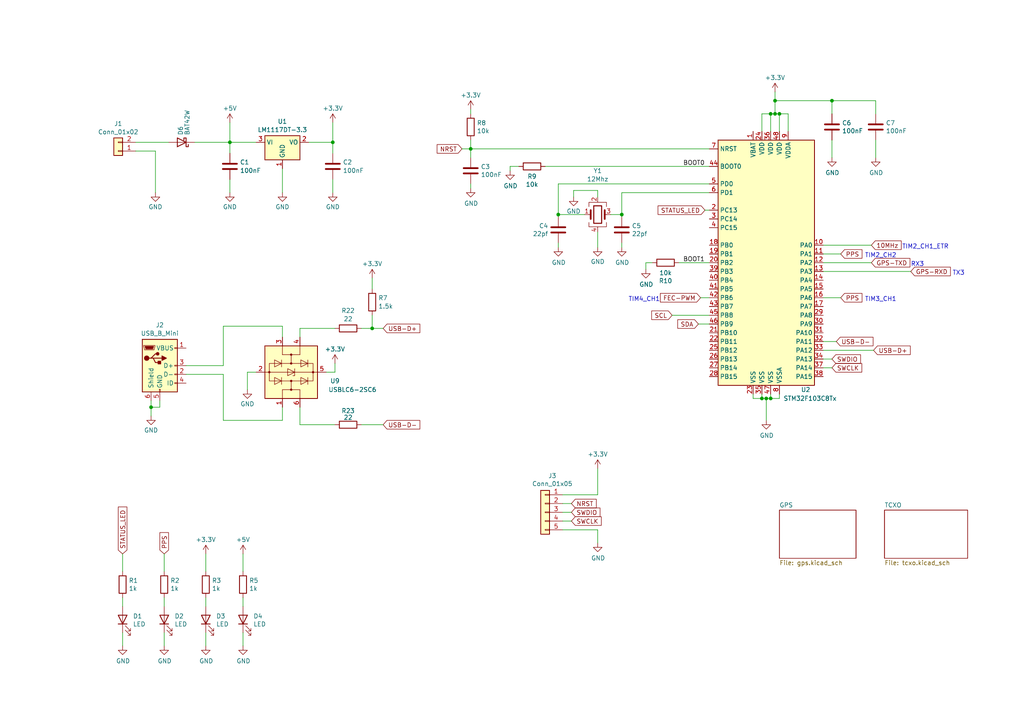
<source format=kicad_sch>
(kicad_sch (version 20230121) (generator eeschema)
  (paper "A4")
  (lib_symbols
    (symbol "Connector:USB_B_Mini" (pin_names (offset 1.016))
      (property "Reference" "J" (at -5.08 11.43 0))
      (property "Value" "USB_B_Mini" (at -5.08 8.89 0))
      (symbol "USB_B_Mini_0_1"
        (rectangle (start -5.08 -7.62) (end 5.08 7.62) (stroke (width 0.254)) (fill (type background)))
        (circle (center -3.81 2.159) (radius 0.635) (stroke (width 0.254)) (fill (type outline)))
        (circle (center -0.635 3.429) (radius 0.381) (stroke (width 0.254)) (fill (type outline)))
        (rectangle (start -0.127 -7.62) (end 0.127 -6.858))
        (polyline (pts (xy -1.905 2.159) (xy 0.635 2.159)) (stroke (width 0.254)))
        (polyline (pts (xy -3.175 2.159) (xy -2.54 2.159) (xy -1.27 3.429) (xy -0.635 3.429)) (stroke (width 0.254)))
        (polyline (pts (xy -2.54 2.159) (xy -1.905 2.159) (xy -1.27 0.889) (xy 0 0.889)) (stroke (width 0.254)))
        (polyline (pts (xy 0.635 2.794) (xy 0.635 1.524) (xy 1.905 2.159) (xy 0.635 2.794)) (stroke (width 0.254)) (fill (type outline)))
        (polyline (pts (xy -4.318 5.588) (xy -1.778 5.588) (xy -2.032 4.826) (xy -4.064 4.826) (xy -4.318 5.588)) (fill (type outline)))
        (polyline (pts (xy -4.699 5.842) (xy -4.699 5.588) (xy -4.445 4.826) (xy -4.445 4.572) (xy -1.651 4.572) (xy -1.651 4.826) (xy -1.397 5.588) (xy -1.397 5.842) (xy -4.699 5.842)))
        (rectangle (start 0.254 1.27) (end -0.508 0.508) (stroke (width 0.254)) (fill (type outline)))
        (rectangle (start 5.08 -5.207) (end 4.318 -4.953))
        (rectangle (start 5.08 -2.667) (end 4.318 -2.413))
        (rectangle (start 5.08 -0.127) (end 4.318 0.127))
        (rectangle (start 5.08 4.953) (end 4.318 5.207))
      )
      (symbol "USB_B_Mini_1_1"
        (pin power_out line (at 7.62 5.08 180) (length 2.54) (name "VBUS") (number "1"))
        (pin bidirectional line (at 7.62 -2.54 180) (length 2.54) (name "D-") (number "2"))
        (pin bidirectional line (at 7.62 0 180) (length 2.54) (name "D+") (number "3"))
        (pin passive line (at 7.62 -5.08 180) (length 2.54) (name "ID") (number "4"))
        (pin power_out line (at 0 -10.16 90) (length 2.54) (name "GND") (number "5"))
        (pin passive line (at -2.54 -10.16 90) (length 2.54) (name "Shield") (number "6"))
      )
    )
    (symbol "Connector_Generic:Conn_01x02" (pin_names (offset 1.016) hide)
      (property "Reference" "J" (at 0 2.54 0))
      (property "Value" "Conn_01x02" (at 0 -5.08 0))
      (symbol "Conn_01x02_1_1"
        (rectangle (start -1.27 -2.413) (end 0 -2.667) (stroke (width 0.1524)))
        (rectangle (start -1.27 0.127) (end 0 -0.127) (stroke (width 0.1524)))
        (rectangle (start -1.27 1.27) (end 1.27 -3.81) (stroke (width 0.254)) (fill (type background)))
        (pin passive line (at -5.08 0 0) (length 3.81) (name "Pin_1") (number "1"))
        (pin passive line (at -5.08 -2.54 0) (length 3.81) (name "Pin_2") (number "2"))
      )
    )
    (symbol "Connector_Generic:Conn_01x05" (pin_names (offset 1.016) hide)
      (property "Reference" "J" (at 0 7.62 0))
      (property "Value" "Conn_01x05" (at 0 -7.62 0))
      (symbol "Conn_01x05_1_1"
        (rectangle (start -1.27 -4.953) (end 0 -5.207) (stroke (width 0.1524)))
        (rectangle (start -1.27 -2.413) (end 0 -2.667) (stroke (width 0.1524)))
        (rectangle (start -1.27 0.127) (end 0 -0.127) (stroke (width 0.1524)))
        (rectangle (start -1.27 2.667) (end 0 2.413) (stroke (width 0.1524)))
        (rectangle (start -1.27 5.207) (end 0 4.953) (stroke (width 0.1524)))
        (rectangle (start -1.27 6.35) (end 1.27 -6.35) (stroke (width 0.254)) (fill (type background)))
        (pin passive line (at -5.08 5.08 0) (length 3.81) (name "Pin_1") (number "1"))
        (pin passive line (at -5.08 2.54 0) (length 3.81) (name "Pin_2") (number "2"))
        (pin passive line (at -5.08 0 0) (length 3.81) (name "Pin_3") (number "3"))
        (pin passive line (at -5.08 -2.54 0) (length 3.81) (name "Pin_4") (number "4"))
        (pin passive line (at -5.08 -5.08 0) (length 3.81) (name "Pin_5") (number "5"))
      )
    )
    (symbol "Device:C" (pin_numbers hide) (pin_names (offset 0.254))
      (property "Reference" "C" (at 0.635 2.54 0))
      (property "Value" "C" (at 0.635 -2.54 0))
      (symbol "C_0_1"
        (polyline (pts (xy -2.032 -0.762) (xy 2.032 -0.762)) (stroke (width 0.508)))
        (polyline (pts (xy -2.032 0.762) (xy 2.032 0.762)) (stroke (width 0.508)))
      )
      (symbol "C_1_1"
        (pin passive line (at 0 3.81 270) (length 2.794) (name "~") (number "1"))
        (pin passive line (at 0 -3.81 90) (length 2.794) (name "~") (number "2"))
      )
    )
    (symbol "Device:Crystal_GND24" (pin_names (offset 1.016) hide)
      (property "Reference" "Y" (at 3.175 5.08 0))
      (property "Value" "Crystal_GND24" (at 3.175 3.175 0))
      (symbol "Crystal_GND24_0_1"
        (rectangle (start -1.143 2.54) (end 1.143 -2.54) (stroke (width 0.3048)))
        (polyline (pts (xy -2.54 0) (xy -2.032 0)))
        (polyline (pts (xy -2.032 -1.27) (xy -2.032 1.27)) (stroke (width 0.508)))
        (polyline (pts (xy 0 -3.81) (xy 0 -3.556)))
        (polyline (pts (xy 0 3.556) (xy 0 3.81)))
        (polyline (pts (xy 2.032 -1.27) (xy 2.032 1.27)) (stroke (width 0.508)))
        (polyline (pts (xy 2.032 0) (xy 2.54 0)))
        (polyline (pts (xy -2.54 -2.286) (xy -2.54 -3.556) (xy 2.54 -3.556) (xy 2.54 -2.286)))
        (polyline (pts (xy -2.54 2.286) (xy -2.54 3.556) (xy 2.54 3.556) (xy 2.54 2.286)))
      )
      (symbol "Crystal_GND24_1_1"
        (pin passive line (at -3.81 0 0) (length 1.27) (name "1") (number "1"))
        (pin passive line (at 0 5.08 270) (length 1.27) (name "2") (number "2"))
        (pin passive line (at 3.81 0 180) (length 1.27) (name "3") (number "3"))
        (pin passive line (at 0 -5.08 90) (length 1.27) (name "4") (number "4"))
      )
    )
    (symbol "Device:D_Schottky" (pin_numbers hide) (pin_names (offset 1.016) hide)
      (property "Reference" "D" (at 0 2.54 0))
      (property "Value" "D_Schottky" (at 0 -2.54 0))
      (symbol "D_Schottky_0_1"
        (polyline (pts (xy 1.27 0) (xy -1.27 0)))
        (polyline (pts (xy 1.27 1.27) (xy 1.27 -1.27) (xy -1.27 0) (xy 1.27 1.27)) (stroke (width 0.254)))
        (polyline (pts (xy -1.905 0.635) (xy -1.905 1.27) (xy -1.27 1.27) (xy -1.27 -1.27) (xy -0.635 -1.27) (xy -0.635 -0.635)) (stroke (width 0.254)))
      )
      (symbol "D_Schottky_1_1"
        (pin passive line (at -3.81 0 0) (length 2.54) (name "K") (number "1"))
        (pin passive line (at 3.81 0 180) (length 2.54) (name "A") (number "2"))
      )
    )
    (symbol "Device:LED" (pin_numbers hide) (pin_names (offset 1.016) hide)
      (property "Reference" "D" (at 0 2.54 0))
      (property "Value" "LED" (at 0 -2.54 0))
      (symbol "LED_0_1"
        (polyline (pts (xy -1.27 -1.27) (xy -1.27 1.27)) (stroke (width 0.254)))
        (polyline (pts (xy -1.27 0) (xy 1.27 0)))
        (polyline (pts (xy 1.27 -1.27) (xy 1.27 1.27) (xy -1.27 0) (xy 1.27 -1.27)) (stroke (width 0.254)))
        (polyline (pts (xy -3.048 -0.762) (xy -4.572 -2.286) (xy -3.81 -2.286) (xy -4.572 -2.286) (xy -4.572 -1.524)))
        (polyline (pts (xy -1.778 -0.762) (xy -3.302 -2.286) (xy -2.54 -2.286) (xy -3.302 -2.286) (xy -3.302 -1.524)))
      )
      (symbol "LED_1_1"
        (pin passive line (at -3.81 0 0) (length 2.54) (name "K") (number "1"))
        (pin passive line (at 3.81 0 180) (length 2.54) (name "A") (number "2"))
      )
    )
    (symbol "Device:R" (pin_numbers hide) (pin_names (offset 0))
      (property "Reference" "R" (at 2.032 0 90))
      (property "Value" "R" (at 0 0 90))
      (symbol "R_0_1"
        (rectangle (start -1.016 -2.54) (end 1.016 2.54) (stroke (width 0.254)))
      )
      (symbol "R_1_1"
        (pin passive line (at 0 3.81 270) (length 1.27) (name "~") (number "1"))
        (pin passive line (at 0 -3.81 90) (length 1.27) (name "~") (number "2"))
      )
    )
    (symbol "Power_Protection:USBLC6-2SC6" (pin_names hide)
      (property "Reference" "U" (at 2.54 8.89 0))
      (property "Value" "USBLC6-2SC6" (at 2.54 -8.89 0))
      (symbol "USBLC6-2SC6_0_1"
        (rectangle (start -7.62 -7.62) (end 7.62 7.62) (stroke (width 0.254)) (fill (type background)))
        (circle (center -5.08 0) (radius 0.254) (fill (type outline)))
        (circle (center -2.54 0) (radius 0.254) (fill (type outline)))
        (rectangle (start -2.54 6.35) (end 2.54 -6.35))
        (circle (center 0 -6.35) (radius 0.254) (fill (type outline)))
        (polyline (pts (xy -5.08 -2.54) (xy -7.62 -2.54)))
        (polyline (pts (xy -5.08 0) (xy -5.08 -2.54)))
        (polyline (pts (xy -5.08 2.54) (xy -7.62 2.54)))
        (polyline (pts (xy -1.524 -2.794) (xy -3.556 -2.794)))
        (polyline (pts (xy -1.524 4.826) (xy -3.556 4.826)))
        (polyline (pts (xy 0 -7.62) (xy 0 -6.35)))
        (polyline (pts (xy 0 -6.35) (xy 0 1.27)))
        (polyline (pts (xy 0 1.27) (xy 0 6.35)))
        (polyline (pts (xy 0 6.35) (xy 0 7.62)))
        (polyline (pts (xy 1.524 -2.794) (xy 3.556 -2.794)))
        (polyline (pts (xy 1.524 4.826) (xy 3.556 4.826)))
        (polyline (pts (xy 5.08 -2.54) (xy 7.62 -2.54)))
        (polyline (pts (xy 5.08 0) (xy 5.08 -2.54)))
        (polyline (pts (xy 5.08 2.54) (xy 7.62 2.54)))
        (polyline (pts (xy -2.54 0) (xy -5.08 0) (xy -5.08 2.54)))
        (polyline (pts (xy 2.54 0) (xy 5.08 0) (xy 5.08 2.54)))
        (polyline (pts (xy -3.556 -4.826) (xy -1.524 -4.826) (xy -2.54 -2.794) (xy -3.556 -4.826)))
        (polyline (pts (xy -3.556 2.794) (xy -1.524 2.794) (xy -2.54 4.826) (xy -3.556 2.794)))
        (polyline (pts (xy -1.016 -1.016) (xy 1.016 -1.016) (xy 0 1.016) (xy -1.016 -1.016)))
        (polyline (pts (xy 1.016 1.016) (xy 0.762 1.016) (xy -1.016 1.016) (xy -1.016 0.508)))
        (polyline (pts (xy 3.556 -4.826) (xy 1.524 -4.826) (xy 2.54 -2.794) (xy 3.556 -4.826)))
        (polyline (pts (xy 3.556 2.794) (xy 1.524 2.794) (xy 2.54 4.826) (xy 3.556 2.794)))
        (circle (center 0 6.35) (radius 0.254) (fill (type outline)))
        (circle (center 2.54 0) (radius 0.254) (fill (type outline)))
        (circle (center 5.08 0) (radius 0.254) (fill (type outline)))
      )
      (symbol "USBLC6-2SC6_1_1"
        (pin passive line (at -10.16 -2.54 0) (length 2.54) (name "I/O1") (number "1"))
        (pin passive line (at 0 -10.16 90) (length 2.54) (name "GND") (number "2"))
        (pin passive line (at 10.16 -2.54 180) (length 2.54) (name "I/O2") (number "3"))
        (pin passive line (at 10.16 2.54 180) (length 2.54) (name "I/O2") (number "4"))
        (pin passive line (at 0 10.16 270) (length 2.54) (name "VBUS") (number "5"))
        (pin passive line (at -10.16 2.54 0) (length 2.54) (name "I/O1") (number "6"))
      )
    )
    (symbol "Regulator_Linear:LM1117DT-3.3"
      (property "Reference" "U" (at -3.81 3.175 0))
      (property "Value" "LM1117DT-3.3" (at 0 3.175 0))
      (symbol "LM1117DT-3.3_0_1"
        (rectangle (start -5.08 -5.08) (end 5.08 1.905) (stroke (width 0.254)) (fill (type background)))
      )
      (symbol "LM1117DT-3.3_1_1"
        (pin power_in line (at 0 -7.62 90) (length 2.54) (name "GND") (number "1"))
        (pin power_out line (at 7.62 0 180) (length 2.54) (name "VO") (number "2"))
        (pin power_in line (at -7.62 0 0) (length 2.54) (name "VI") (number "3"))
      )
    )
    (symbol "cheapsdo-rescue:STM32F103C8Tx-MCU_ST_STM32F1"
      (property "Reference" "U" (at -15.24 36.83 0))
      (property "Value" "MCU_ST_STM32F1_STM32F103C8Tx" (at 7.62 36.83 0))
      (symbol "STM32F103C8Tx-MCU_ST_STM32F1_0_1"
        (rectangle (start -15.24 -35.56) (end 12.7 35.56) (stroke (width 0.254)) (fill (type background)))
      )
      (symbol "STM32F103C8Tx-MCU_ST_STM32F1_1_1"
        (pin power_in line (at -5.08 38.1 270) (length 2.54) (name "VBAT") (number "1"))
        (pin bidirectional line (at 15.24 5.08 180) (length 2.54) (name "PA0") (number "10"))
        (pin bidirectional line (at 15.24 2.54 180) (length 2.54) (name "PA1") (number "11"))
        (pin bidirectional line (at 15.24 0 180) (length 2.54) (name "PA2") (number "12"))
        (pin bidirectional line (at 15.24 -2.54 180) (length 2.54) (name "PA3") (number "13"))
        (pin bidirectional line (at 15.24 -5.08 180) (length 2.54) (name "PA4") (number "14"))
        (pin bidirectional line (at 15.24 -7.62 180) (length 2.54) (name "PA5") (number "15"))
        (pin bidirectional line (at 15.24 -10.16 180) (length 2.54) (name "PA6") (number "16"))
        (pin bidirectional line (at 15.24 -12.7 180) (length 2.54) (name "PA7") (number "17"))
        (pin bidirectional line (at -17.78 5.08 0) (length 2.54) (name "PB0") (number "18"))
        (pin bidirectional line (at -17.78 2.54 0) (length 2.54) (name "PB1") (number "19"))
        (pin bidirectional line (at -17.78 15.24 0) (length 2.54) (name "PC13") (number "2"))
        (pin bidirectional line (at -17.78 0 0) (length 2.54) (name "PB2") (number "20"))
        (pin bidirectional line (at -17.78 -20.32 0) (length 2.54) (name "PB10") (number "21"))
        (pin bidirectional line (at -17.78 -22.86 0) (length 2.54) (name "PB11") (number "22"))
        (pin power_in line (at -5.08 -38.1 90) (length 2.54) (name "VSS") (number "23"))
        (pin power_in line (at -2.54 38.1 270) (length 2.54) (name "VDD") (number "24"))
        (pin bidirectional line (at -17.78 -25.4 0) (length 2.54) (name "PB12") (number "25"))
        (pin bidirectional line (at -17.78 -27.94 0) (length 2.54) (name "PB13") (number "26"))
        (pin bidirectional line (at -17.78 -30.48 0) (length 2.54) (name "PB14") (number "27"))
        (pin bidirectional line (at -17.78 -33.02 0) (length 2.54) (name "PB15") (number "28"))
        (pin bidirectional line (at 15.24 -15.24 180) (length 2.54) (name "PA8") (number "29"))
        (pin bidirectional line (at -17.78 12.7 0) (length 2.54) (name "PC14") (number "3"))
        (pin bidirectional line (at 15.24 -17.78 180) (length 2.54) (name "PA9") (number "30"))
        (pin bidirectional line (at 15.24 -20.32 180) (length 2.54) (name "PA10") (number "31"))
        (pin bidirectional line (at 15.24 -22.86 180) (length 2.54) (name "PA11") (number "32"))
        (pin bidirectional line (at 15.24 -25.4 180) (length 2.54) (name "PA12") (number "33"))
        (pin bidirectional line (at 15.24 -27.94 180) (length 2.54) (name "PA13") (number "34"))
        (pin power_in line (at -2.54 -38.1 90) (length 2.54) (name "VSS") (number "35"))
        (pin power_in line (at 0 38.1 270) (length 2.54) (name "VDD") (number "36"))
        (pin bidirectional line (at 15.24 -30.48 180) (length 2.54) (name "PA14") (number "37"))
        (pin bidirectional line (at 15.24 -33.02 180) (length 2.54) (name "PA15") (number "38"))
        (pin bidirectional line (at -17.78 -2.54 0) (length 2.54) (name "PB3") (number "39"))
        (pin bidirectional line (at -17.78 10.16 0) (length 2.54) (name "PC15") (number "4"))
        (pin bidirectional line (at -17.78 -5.08 0) (length 2.54) (name "PB4") (number "40"))
        (pin bidirectional line (at -17.78 -7.62 0) (length 2.54) (name "PB5") (number "41"))
        (pin bidirectional line (at -17.78 -10.16 0) (length 2.54) (name "PB6") (number "42"))
        (pin bidirectional line (at -17.78 -12.7 0) (length 2.54) (name "PB7") (number "43"))
        (pin input line (at -17.78 27.94 0) (length 2.54) (name "BOOT0") (number "44"))
        (pin bidirectional line (at -17.78 -15.24 0) (length 2.54) (name "PB8") (number "45"))
        (pin bidirectional line (at -17.78 -17.78 0) (length 2.54) (name "PB9") (number "46"))
        (pin power_in line (at 0 -38.1 90) (length 2.54) (name "VSS") (number "47"))
        (pin power_in line (at 2.54 38.1 270) (length 2.54) (name "VDD") (number "48"))
        (pin input line (at -17.78 22.86 0) (length 2.54) (name "PD0") (number "5"))
        (pin input line (at -17.78 20.32 0) (length 2.54) (name "PD1") (number "6"))
        (pin input line (at -17.78 33.02 0) (length 2.54) (name "NRST") (number "7"))
        (pin power_in line (at 2.54 -38.1 90) (length 2.54) (name "VSSA") (number "8"))
        (pin power_in line (at 5.08 38.1 270) (length 2.54) (name "VDDA") (number "9"))
      )
    )
    (symbol "power:+3.3V" (power) (pin_names (offset 0))
      (property "Value" "+3.3V" (at 0 3.556 0))
      (symbol "+3.3V_0_1"
        (polyline (pts (xy -0.762 1.27) (xy 0 2.54)))
        (polyline (pts (xy 0 0) (xy 0 2.54)))
        (polyline (pts (xy 0 2.54) (xy 0.762 1.27)))
      )
      (symbol "+3.3V_1_1"
        (pin power_in line (at 0 0 90) (length 0) hide (name "+3.3V") (number "1"))
      )
    )
    (symbol "power:+5V" (power) (pin_names (offset 0))
      (property "Value" "+5V" (at 0 3.556 0))
      (symbol "+5V_0_1"
        (polyline (pts (xy -0.762 1.27) (xy 0 2.54)))
        (polyline (pts (xy 0 0) (xy 0 2.54)))
        (polyline (pts (xy 0 2.54) (xy 0.762 1.27)))
      )
      (symbol "+5V_1_1"
        (pin power_in line (at 0 0 90) (length 0) hide (name "+5V") (number "1"))
      )
    )
    (symbol "power:GND" (power) (pin_names (offset 0))
      (property "Value" "GND" (at 0 -3.81 0))
      (symbol "GND_0_1"
        (polyline (pts (xy 0 0) (xy 0 -1.27) (xy 1.27 -1.27) (xy 0 -2.54) (xy -1.27 -1.27) (xy 0 -1.27)))
      )
      (symbol "GND_1_1"
        (pin power_in line (at 0 0 270) (length 0) hide (name "GND") (number "1"))
      )
    )
  )
  (junction (at 180.34 62.23))
  (junction (at 96.52 41.275))
  (junction (at 220.98 115.57))
  (junction (at 107.95 95.25))
  (junction (at 223.52 33.02))
  (junction (at 222.25 115.57))
  (junction (at 224.79 29.21))
  (junction (at 226.06 33.02))
  (junction (at 43.815 118.11))
  (junction (at 241.3 29.21))
  (junction (at 223.52 115.57))
  (junction (at 224.79 33.02))
  (junction (at 161.925 62.23))
  (junction (at 136.525 43.18))
  (junction (at 66.675 41.275))
  (wire (pts (xy 43.815 118.11) (xy 43.815 120.65)))
  (wire (pts (xy 241.3 40.64) (xy 241.3 45.72)))
  (wire (pts (xy 39.37 41.275) (xy 48.895 41.275)))
  (wire (pts (xy 163.195 153.67) (xy 173.355 153.67)))
  (wire (pts (xy 254 29.21) (xy 254 33.02)))
  (wire (pts (xy 238.76 104.14) (xy 241.3 104.14)))
  (wire (pts (xy 74.295 107.95) (xy 71.755 107.95)))
  (wire (pts (xy 163.195 146.05) (xy 165.735 146.05)))
  (wire (pts (xy 136.525 43.18) (xy 136.525 45.72)))
  (wire (pts (xy 161.925 62.23) (xy 161.925 62.865)))
  (wire (pts (xy 173.355 143.51) (xy 173.355 135.89)))
  (wire (pts (xy 222.25 115.57) (xy 223.52 115.57)))
  (wire (pts (xy 64.77 121.92) (xy 64.77 108.585)))
  (wire (pts (xy 53.975 106.045) (xy 64.77 106.045)))
  (wire (pts (xy 35.56 160.655) (xy 35.56 165.735)))
  (wire (pts (xy 96.52 41.275) (xy 96.52 44.45)))
  (wire (pts (xy 163.195 151.13) (xy 165.735 151.13)))
  (wire (pts (xy 254 40.64) (xy 254 45.72)))
  (wire (pts (xy 238.76 76.2) (xy 252.73 76.2)))
  (wire (pts (xy 223.52 33.02) (xy 224.79 33.02)))
  (wire (pts (xy 97.155 107.95) (xy 97.155 105.41)))
  (wire (pts (xy 81.915 118.11) (xy 81.915 121.92)))
  (wire (pts (xy 94.615 107.95) (xy 97.155 107.95)))
  (wire (pts (xy 163.195 143.51) (xy 173.355 143.51)))
  (wire (pts (xy 71.755 107.95) (xy 71.755 113.03)))
  (wire (pts (xy 47.625 173.355) (xy 47.625 175.895)))
  (wire (pts (xy 136.525 33.02) (xy 136.525 31.75)))
  (wire (pts (xy 222.25 115.57) (xy 222.25 121.92)))
  (wire (pts (xy 136.525 53.34) (xy 136.525 54.61)))
  (wire (pts (xy 161.925 62.23) (xy 169.545 62.23)))
  (wire (pts (xy 45.085 43.815) (xy 45.085 55.88)))
  (wire (pts (xy 39.37 43.815) (xy 45.085 43.815)))
  (wire (pts (xy 86.995 95.25) (xy 97.155 95.25)))
  (wire (pts (xy 223.52 38.1) (xy 223.52 33.02)))
  (wire (pts (xy 86.995 118.11) (xy 86.995 123.19)))
  (wire (pts (xy 64.77 94.615) (xy 81.915 94.615)))
  (wire (pts (xy 238.76 78.74) (xy 264.16 78.74)))
  (wire (pts (xy 147.955 49.53) (xy 147.955 48.26)))
  (wire (pts (xy 220.98 38.1) (xy 220.98 33.02)))
  (wire (pts (xy 218.44 114.3) (xy 218.44 115.57)))
  (wire (pts (xy 194.945 91.44) (xy 205.74 91.44)))
  (wire (pts (xy 70.485 160.655) (xy 70.485 165.735)))
  (wire (pts (xy 173.355 55.245) (xy 166.37 55.245)))
  (wire (pts (xy 224.79 29.21) (xy 241.3 29.21)))
  (wire (pts (xy 173.355 153.67) (xy 173.355 157.48)))
  (wire (pts (xy 46.355 118.11) (xy 46.355 116.205)))
  (wire (pts (xy 196.85 76.2) (xy 205.74 76.2)))
  (wire (pts (xy 64.77 106.045) (xy 64.77 94.615)))
  (wire (pts (xy 59.69 183.515) (xy 59.69 187.325)))
  (wire (pts (xy 161.925 71.755) (xy 161.925 70.485)))
  (wire (pts (xy 158.115 48.26) (xy 205.74 48.26)))
  (wire (pts (xy 224.79 29.21) (xy 224.79 26.67)))
  (wire (pts (xy 226.06 38.1) (xy 226.06 33.02)))
  (wire (pts (xy 180.34 62.23) (xy 180.34 62.865)))
  (wire (pts (xy 204.47 60.96) (xy 205.74 60.96)))
  (wire (pts (xy 81.915 121.92) (xy 64.77 121.92)))
  (wire (pts (xy 177.165 62.23) (xy 180.34 62.23)))
  (wire (pts (xy 241.3 29.21) (xy 241.3 33.02)))
  (wire (pts (xy 223.52 115.57) (xy 226.06 115.57)))
  (wire (pts (xy 107.95 91.44) (xy 107.95 95.25)))
  (wire (pts (xy 161.925 53.34) (xy 161.925 62.23)))
  (wire (pts (xy 86.995 95.25) (xy 86.995 97.79)))
  (wire (pts (xy 238.76 73.66) (xy 243.84 73.66)))
  (wire (pts (xy 180.34 55.88) (xy 205.74 55.88)))
  (wire (pts (xy 238.76 106.68) (xy 241.3 106.68)))
  (wire (pts (xy 136.525 43.18) (xy 136.525 40.64)))
  (wire (pts (xy 173.355 67.31) (xy 173.355 71.755)))
  (wire (pts (xy 238.76 86.36) (xy 243.84 86.36)))
  (wire (pts (xy 166.37 55.245) (xy 166.37 57.15)))
  (wire (pts (xy 241.3 29.21) (xy 254 29.21)))
  (wire (pts (xy 223.52 115.57) (xy 223.52 114.3)))
  (wire (pts (xy 66.675 35.56) (xy 66.675 41.275)))
  (wire (pts (xy 220.98 33.02) (xy 223.52 33.02)))
  (wire (pts (xy 107.95 83.82) (xy 107.95 80.645)))
  (wire (pts (xy 47.625 183.515) (xy 47.625 187.325)))
  (wire (pts (xy 133.985 43.18) (xy 136.525 43.18)))
  (wire (pts (xy 238.76 101.6) (xy 253.365 101.6)))
  (wire (pts (xy 104.775 95.25) (xy 107.95 95.25)))
  (wire (pts (xy 43.815 118.11) (xy 46.355 118.11)))
  (wire (pts (xy 189.23 76.2) (xy 187.325 76.2)))
  (wire (pts (xy 226.06 115.57) (xy 226.06 114.3)))
  (wire (pts (xy 59.69 160.655) (xy 59.69 165.735)))
  (wire (pts (xy 218.44 115.57) (xy 220.98 115.57)))
  (wire (pts (xy 59.69 173.355) (xy 59.69 175.895)))
  (wire (pts (xy 104.775 123.19) (xy 111.125 123.19)))
  (wire (pts (xy 97.155 123.19) (xy 86.995 123.19)))
  (wire (pts (xy 226.06 33.02) (xy 228.6 33.02)))
  (wire (pts (xy 43.815 116.205) (xy 43.815 118.11)))
  (wire (pts (xy 220.98 115.57) (xy 222.25 115.57)))
  (wire (pts (xy 147.955 48.26) (xy 150.495 48.26)))
  (wire (pts (xy 96.52 52.07) (xy 96.52 55.88)))
  (wire (pts (xy 89.535 41.275) (xy 96.52 41.275)))
  (wire (pts (xy 161.925 53.34) (xy 205.74 53.34)))
  (wire (pts (xy 47.625 160.655) (xy 47.625 165.735)))
  (wire (pts (xy 180.34 55.88) (xy 180.34 62.23)))
  (wire (pts (xy 107.95 95.25) (xy 111.125 95.25)))
  (wire (pts (xy 173.355 57.15) (xy 173.355 55.245)))
  (wire (pts (xy 187.325 76.2) (xy 187.325 78.105)))
  (wire (pts (xy 56.515 41.275) (xy 66.675 41.275)))
  (wire (pts (xy 53.975 108.585) (xy 64.77 108.585)))
  (wire (pts (xy 136.525 43.18) (xy 205.74 43.18)))
  (wire (pts (xy 238.76 71.12) (xy 252.73 71.12)))
  (wire (pts (xy 66.675 41.275) (xy 66.675 44.45)))
  (wire (pts (xy 66.675 52.07) (xy 66.675 55.88)))
  (wire (pts (xy 180.34 71.755) (xy 180.34 70.485)))
  (wire (pts (xy 228.6 33.02) (xy 228.6 38.1)))
  (wire (pts (xy 35.56 173.355) (xy 35.56 175.895)))
  (wire (pts (xy 81.915 48.895) (xy 81.915 55.88)))
  (wire (pts (xy 81.915 94.615) (xy 81.915 97.79)))
  (wire (pts (xy 238.76 99.06) (xy 242.57 99.06)))
  (wire (pts (xy 220.98 115.57) (xy 220.98 114.3)))
  (wire (pts (xy 224.79 33.02) (xy 224.79 29.21)))
  (wire (pts (xy 74.295 41.275) (xy 66.675 41.275)))
  (wire (pts (xy 70.485 183.515) (xy 70.485 187.325)))
  (wire (pts (xy 224.79 33.02) (xy 226.06 33.02)))
  (wire (pts (xy 202.565 93.98) (xy 205.74 93.98)))
  (wire (pts (xy 163.195 148.59) (xy 165.735 148.59)))
  (wire (pts (xy 35.56 183.515) (xy 35.56 187.325)))
  (wire (pts (xy 96.52 41.275) (xy 96.52 35.56)))
  (wire (pts (xy 70.485 173.355) (xy 70.485 175.895)))
  (wire (pts (xy 203.2 86.36) (xy 205.74 86.36)))
  (text "TIM2_CH2" (at 250.825 74.93 0) (effects (font (size 1.27 1.27)) (justify left bottom)))
  (text "TIM2_CH1_ETR" (at 261.62 72.39 0) (effects (font (size 1.27 1.27)) (justify left bottom)))
  (text "TIM4_CH1" (at 182.245 87.63 0) (effects (font (size 1.27 1.27)) (justify left bottom)))
  (text "TIM3_CH1" (at 250.825 87.63 0) (effects (font (size 1.27 1.27)) (justify left bottom)))
  (text "RX3" (at 264.16 77.47 0) (effects (font (size 1.27 1.27)) (justify left bottom)))
  (text "TX3" (at 276.225 80.01 0) (effects (font (size 1.27 1.27)) (justify left bottom)))
  (label "BOOT0" (at 198.12 48.26 0))
  (label "BOOT1" (at 198.12 76.2 0))
  (global_label "USB-D+" (shape input) (at 253.365 101.6 0) (property "Intersheetrefs" "${INTERSHEET_REFS}" (effects hide)))
  (global_label "SCL" (shape input) (at 194.945 91.44 180) (property "Intersheetrefs" "${INTERSHEET_REFS}" (effects hide)))
  (global_label "SWCLK" (shape input) (at 165.735 151.13 0) (property "Intersheetrefs" "${INTERSHEET_REFS}" (effects hide)))
  (global_label "NRST" (shape input) (at 165.735 146.05 0) (property "Intersheetrefs" "${INTERSHEET_REFS}" (effects hide)))
  (global_label "NRST" (shape input) (at 133.985 43.18 180) (property "Intersheetrefs" "${INTERSHEET_REFS}" (effects hide)))
  (global_label "SWDIO" (shape input) (at 165.735 148.59 0) (property "Intersheetrefs" "${INTERSHEET_REFS}" (effects hide)))
  (global_label "STATUS_LED" (shape input) (at 35.56 160.655 90) (property "Intersheetrefs" "${INTERSHEET_REFS}" (effects hide)))
  (global_label "GPS-RXD" (shape input) (at 264.16 78.74 0) (property "Intersheetrefs" "${INTERSHEET_REFS}" (effects hide)))
  (global_label "PPS" (shape input) (at 47.625 160.655 90) (property "Intersheetrefs" "${INTERSHEET_REFS}" (effects hide)))
  (global_label "PPS" (shape input) (at 243.84 73.66 0) (property "Intersheetrefs" "${INTERSHEET_REFS}" (effects hide)))
  (global_label "SWDIO" (shape input) (at 241.3 104.14 0) (property "Intersheetrefs" "${INTERSHEET_REFS}" (effects hide)))
  (global_label "STATUS_LED" (shape input) (at 204.47 60.96 180) (property "Intersheetrefs" "${INTERSHEET_REFS}" (effects hide)))
  (global_label "SDA" (shape input) (at 202.565 93.98 180) (property "Intersheetrefs" "${INTERSHEET_REFS}" (effects hide)))
  (global_label "PPS" (shape input) (at 243.84 86.36 0) (property "Intersheetrefs" "${INTERSHEET_REFS}" (effects hide)))
  (global_label "USB-D-" (shape input) (at 242.57 99.06 0) (property "Intersheetrefs" "${INTERSHEET_REFS}" (effects hide)))
  (global_label "USB-D+" (shape input) (at 111.125 95.25 0) (property "Intersheetrefs" "${INTERSHEET_REFS}" (effects hide)))
  (global_label "SWCLK" (shape input) (at 241.3 106.68 0) (property "Intersheetrefs" "${INTERSHEET_REFS}" (effects hide)))
  (global_label "GPS-TXD" (shape input) (at 252.73 76.2 0) (property "Intersheetrefs" "${INTERSHEET_REFS}" (effects hide)))
  (global_label "10MHz" (shape input) (at 252.73 71.12 0) (property "Intersheetrefs" "${INTERSHEET_REFS}" (effects hide)))
  (global_label "USB-D-" (shape input) (at 111.125 123.19 0) (property "Intersheetrefs" "${INTERSHEET_REFS}" (effects hide)))
  (global_label "FEC-PWM" (shape input) (at 203.2 86.36 180) (property "Intersheetrefs" "${INTERSHEET_REFS}" (effects hide)))
  (symbol (lib_id "cheapsdo-rescue:STM32F103C8Tx-MCU_ST_STM32F1") (at 223.52 76.2 0) (unit 1)
    (property "Reference" "U2" (at 233.68 113.03 0))
    (property "Value" "STM32F103C8Tx" (at 234.95 115.57 0))
    (property "Footprint" "Package_QFP:LQFP-48_7x7mm_P0.5mm" (effects hide))
    (property "Datasheet" "http://www.st.com/st-web-ui/static/active/en/resource/technical/document/datasheet/CD00161566.pdf" (effects hide))
  )
  (symbol (lib_id "Device:R") (at 154.305 48.26 270) (unit 1)
    (property "Reference" "R9" (at 154.305 51.181 90))
    (property "Value" "10k" (at 154.305 53.4924 90))
    (property "Footprint" "Resistor_SMD:R_0603_1608Metric_Pad0.98x0.95mm_HandSolder" (effects hide))
  )
  (symbol (lib_id "Device:R") (at 193.04 76.2 90) (unit 1)
    (property "Reference" "R10" (at 193.04 81.4578 90))
    (property "Value" "10k" (at 193.04 79.1464 90))
    (property "Footprint" "Resistor_SMD:R_0603_1608Metric_Pad0.98x0.95mm_HandSolder" (effects hide))
  )
  (symbol (lib_id "power:GND") (at 187.325 78.105 0) (unit 1)
    (property "Reference" "#PWR024" (effects hide))
    (property "Value" "GND" (at 187.452 82.4992 0))
  )
  (symbol (lib_id "Device:C") (at 161.925 66.675 0) (unit 1)
    (property "Reference" "C4" (at 159.0294 65.5066 0) (effects (justify right)))
    (property "Value" "22pf" (at 159.0294 67.818 0) (effects (justify right)))
    (property "Footprint" "Capacitor_SMD:C_0603_1608Metric_Pad1.08x0.95mm_HandSolder" (effects hide))
  )
  (symbol (lib_id "Device:C") (at 180.34 66.675 0) (unit 1)
    (property "Reference" "C5" (at 183.261 65.5066 0) (effects (justify left)))
    (property "Value" "22pf" (at 183.261 67.818 0) (effects (justify left)))
    (property "Footprint" "Capacitor_SMD:C_0603_1608Metric_Pad1.08x0.95mm_HandSolder" (effects hide))
  )
  (symbol (lib_id "power:GND") (at 147.955 49.53 0) (unit 1)
    (property "Reference" "#PWR017" (effects hide))
    (property "Value" "GND" (at 148.082 53.9242 0))
  )
  (symbol (lib_id "power:GND") (at 161.925 71.755 0) (unit 1)
    (property "Reference" "#PWR018" (effects hide))
    (property "Value" "GND" (at 162.052 76.1492 0))
  )
  (symbol (lib_id "power:GND") (at 180.34 71.755 0) (unit 1)
    (property "Reference" "#PWR023" (effects hide))
    (property "Value" "GND" (at 180.467 76.1492 0))
  )
  (symbol (lib_id "power:GND") (at 222.25 121.92 0) (unit 1)
    (property "Reference" "#PWR025" (effects hide))
    (property "Value" "GND" (at 222.377 126.3142 0))
  )
  (symbol (lib_id "Device:C") (at 241.3 36.83 0) (unit 1)
    (property "Reference" "C6" (at 244.221 35.6616 0) (effects (justify left)))
    (property "Value" "100nF" (at 244.221 37.973 0) (effects (justify left)))
    (property "Footprint" "Capacitor_SMD:C_0603_1608Metric_Pad1.08x0.95mm_HandSolder" (effects hide))
  )
  (symbol (lib_id "Device:C") (at 254 36.83 0) (unit 1)
    (property "Reference" "C7" (at 256.921 35.6616 0) (effects (justify left)))
    (property "Value" "100nF" (at 256.921 37.973 0) (effects (justify left)))
    (property "Footprint" "Capacitor_SMD:C_0603_1608Metric_Pad1.08x0.95mm_HandSolder" (effects hide))
  )
  (symbol (lib_id "power:GND") (at 254 45.72 0) (unit 1)
    (property "Reference" "#PWR028" (effects hide))
    (property "Value" "GND" (at 254.127 50.1142 0))
  )
  (symbol (lib_id "power:GND") (at 241.3 45.72 0) (unit 1)
    (property "Reference" "#PWR027" (effects hide))
    (property "Value" "GND" (at 241.427 50.1142 0))
  )
  (symbol (lib_id "Device:R") (at 136.525 36.83 0) (unit 1)
    (property "Reference" "R8" (at 138.303 35.6616 0) (effects (justify left)))
    (property "Value" "10k" (at 138.303 37.973 0) (effects (justify left)))
    (property "Footprint" "Resistor_SMD:R_0603_1608Metric_Pad0.98x0.95mm_HandSolder" (effects hide))
  )
  (symbol (lib_id "Device:C") (at 136.525 49.53 0) (unit 1)
    (property "Reference" "C3" (at 139.446 48.3616 0) (effects (justify left)))
    (property "Value" "100nF" (at 139.446 50.673 0) (effects (justify left)))
    (property "Footprint" "Capacitor_SMD:C_0603_1608Metric_Pad1.08x0.95mm_HandSolder" (effects hide))
  )
  (symbol (lib_id "power:GND") (at 136.525 54.61 0) (unit 1)
    (property "Reference" "#PWR016" (effects hide))
    (property "Value" "GND" (at 136.652 59.0042 0))
  )
  (symbol (lib_id "Connector_Generic:Conn_01x05") (at 158.115 148.59 0) (mirror y) (unit 1)
    (property "Reference" "J3" (at 160.1978 137.9982 0))
    (property "Value" "Conn_01x05" (at 160.1978 140.3096 0))
    (property "Footprint" "Connector_PinHeader_2.54mm:PinHeader_1x05_P2.54mm_Vertical" (effects hide))
  )
  (symbol (lib_id "power:GND") (at 173.355 157.48 0) (unit 1)
    (property "Reference" "#PWR022" (effects hide))
    (property "Value" "GND" (at 173.482 161.8742 0))
  )
  (symbol (lib_id "Device:R") (at 35.56 169.545 0) (unit 1)
    (property "Reference" "R1" (at 37.338 168.3766 0) (effects (justify left)))
    (property "Value" "1k" (at 37.338 170.688 0) (effects (justify left)))
    (property "Footprint" "Resistor_SMD:R_0603_1608Metric_Pad0.98x0.95mm_HandSolder" (effects hide))
  )
  (symbol (lib_id "Device:LED") (at 35.56 179.705 90) (unit 1)
    (property "Reference" "D1" (at 38.5572 178.7144 90) (effects (justify right)))
    (property "Value" "LED" (at 38.5572 181.0258 90) (effects (justify right)))
    (property "Footprint" "LED_SMD:LED_0603_1608Metric_Pad1.05x0.95mm_HandSolder" (effects hide))
  )
  (symbol (lib_id "power:GND") (at 35.56 187.325 0) (unit 1)
    (property "Reference" "#PWR01" (effects hide))
    (property "Value" "GND" (at 35.687 191.7192 0))
  )
  (symbol (lib_id "power:+3.3V") (at 136.525 31.75 0) (unit 1)
    (property "Reference" "#PWR015" (effects hide))
    (property "Value" "+3.3V" (at 136.525 27.6169 0))
  )
  (symbol (lib_id "Device:LED") (at 59.69 179.705 90) (unit 1)
    (property "Reference" "D3" (at 62.6872 178.7144 90) (effects (justify right)))
    (property "Value" "LED" (at 62.6872 181.0258 90) (effects (justify right)))
    (property "Footprint" "LED_SMD:LED_0603_1608Metric_Pad1.05x0.95mm_HandSolder" (effects hide))
  )
  (symbol (lib_id "power:+3.3V") (at 96.52 35.56 0) (unit 1)
    (property "Reference" "#PWR013" (effects hide))
    (property "Value" "+3.3V" (at 96.52 31.4269 0))
  )
  (symbol (lib_id "power:GND") (at 96.52 55.88 0) (unit 1)
    (property "Reference" "#PWR014" (effects hide))
    (property "Value" "GND" (at 96.52 60.0131 0))
  )
  (symbol (lib_id "power:+3.3V") (at 97.155 105.41 0) (unit 1)
    (property "Reference" "#PWR058" (effects hide))
    (property "Value" "+3.3V" (at 97.155 101.2769 0))
  )
  (symbol (lib_id "power:+3.3V") (at 107.95 80.645 0) (unit 1)
    (property "Reference" "#PWR012" (effects hide))
    (property "Value" "+3.3V" (at 107.95 76.5119 0))
  )
  (symbol (lib_id "power:GND") (at 43.815 120.65 0) (unit 1)
    (property "Reference" "#PWR02" (effects hide))
    (property "Value" "GND" (at 43.815 124.7831 0))
  )
  (symbol (lib_id "power:GND") (at 173.355 71.755 0) (unit 1)
    (property "Reference" "#PWR020" (effects hide))
    (property "Value" "GND" (at 173.355 75.8881 0))
  )
  (symbol (lib_id "Device:R") (at 47.625 169.545 0) (unit 1)
    (property "Reference" "R2" (at 49.403 168.3766 0) (effects (justify left)))
    (property "Value" "1k" (at 49.403 170.688 0) (effects (justify left)))
    (property "Footprint" "Resistor_SMD:R_0603_1608Metric_Pad0.98x0.95mm_HandSolder" (effects hide))
  )
  (symbol (lib_id "Device:R") (at 100.965 95.25 90) (mirror x) (unit 1)
    (property "Reference" "R22" (at 100.965 90.0897 90))
    (property "Value" "22" (at 100.965 92.5139 90))
    (property "Footprint" "Resistor_SMD:R_0603_1608Metric_Pad0.98x0.95mm_HandSolder" (effects hide))
  )
  (symbol (lib_id "Device:C") (at 66.675 48.26 0) (unit 1)
    (property "Reference" "C1" (at 69.596 47.0479 0) (effects (justify left)))
    (property "Value" "100nF" (at 69.596 49.4721 0) (effects (justify left)))
    (property "Footprint" "Capacitor_SMD:C_0603_1608Metric_Pad1.08x0.95mm_HandSolder" (effects hide))
  )
  (symbol (lib_id "power:GND") (at 81.915 55.88 0) (unit 1)
    (property "Reference" "#PWR011" (effects hide))
    (property "Value" "GND" (at 81.915 60.0131 0))
  )
  (symbol (lib_id "power:+3.3V") (at 173.355 135.89 0) (unit 1)
    (property "Reference" "#PWR026" (effects hide))
    (property "Value" "+3.3V" (at 173.355 131.7569 0))
  )
  (symbol (lib_id "Device:LED") (at 47.625 179.705 90) (unit 1)
    (property "Reference" "D2" (at 50.6222 178.7144 90) (effects (justify right)))
    (property "Value" "LED" (at 50.6222 181.0258 90) (effects (justify right)))
    (property "Footprint" "LED_SMD:LED_0603_1608Metric_Pad1.05x0.95mm_HandSolder" (effects hide))
  )
  (symbol (lib_id "Device:LED") (at 70.485 179.705 90) (unit 1)
    (property "Reference" "D4" (at 73.4822 178.7144 90) (effects (justify right)))
    (property "Value" "LED" (at 73.4822 181.0258 90) (effects (justify right)))
    (property "Footprint" "LED_SMD:LED_0603_1608Metric_Pad1.05x0.95mm_HandSolder" (effects hide))
  )
  (symbol (lib_id "Device:Crystal_GND24") (at 173.355 62.23 0) (unit 1)
    (property "Reference" "Y1" (at 173.355 49.53 0))
    (property "Value" "12Mhz" (at 173.355 51.9542 0))
    (property "Footprint" "Crystal:Crystal_SMD_EuroQuartz_MJ-4Pin_5.0x3.2mm_HandSoldering" (effects hide))
  )
  (symbol (lib_id "power:GND") (at 66.675 55.88 0) (unit 1)
    (property "Reference" "#PWR08" (effects hide))
    (property "Value" "GND" (at 66.675 60.0131 0))
  )
  (symbol (lib_id "power:GND") (at 70.485 187.325 0) (unit 1)
    (property "Reference" "#PWR010" (effects hide))
    (property "Value" "GND" (at 70.612 191.7192 0))
  )
  (symbol (lib_id "Device:R") (at 70.485 169.545 0) (unit 1)
    (property "Reference" "R5" (at 72.263 168.3766 0) (effects (justify left)))
    (property "Value" "1k" (at 72.263 170.688 0) (effects (justify left)))
    (property "Footprint" "Resistor_SMD:R_0603_1608Metric_Pad0.98x0.95mm_HandSolder" (effects hide))
  )
  (symbol (lib_id "power:GND") (at 166.37 57.15 0) (unit 1)
    (property "Reference" "#PWR019" (effects hide))
    (property "Value" "GND" (at 166.37 61.2831 0))
  )
  (symbol (lib_id "power:GND") (at 45.085 55.88 0) (unit 1)
    (property "Reference" "#PWR04" (effects hide))
    (property "Value" "GND" (at 45.085 60.0131 0))
  )
  (symbol (lib_id "Regulator_Linear:LM1117DT-3.3") (at 81.915 41.275 0) (unit 1)
    (property "Reference" "U1" (at 81.915 35.2257 0))
    (property "Value" "LM1117DT-3.3" (at 81.915 37.6499 0))
    (property "Footprint" "Package_TO_SOT_SMD:SOT-223-3_TabPin2" (effects hide))
    (property "Datasheet" "http://www.ti.com/lit/ds/symlink/lm1117.pdf" (effects hide))
  )
  (symbol (lib_id "Connector:USB_B_Mini") (at 46.355 106.045 0) (unit 1)
    (property "Reference" "J2" (at 46.355 94.2807 0))
    (property "Value" "USB_B_Mini" (at 46.355 96.7049 0))
    (property "Footprint" "Connector_USB:USB_Mini-B_Wuerth_65100516121_Horizontal" (effects hide))
  )
  (symbol (lib_id "power:+3.3V") (at 59.69 160.655 0) (unit 1)
    (property "Reference" "#PWR05" (effects hide))
    (property "Value" "+3.3V" (at 59.69 156.5219 0))
  )
  (symbol (lib_id "power:+5V") (at 70.485 160.655 0) (unit 1)
    (property "Reference" "#PWR09" (effects hide))
    (property "Value" "+5V" (at 70.485 156.5219 0))
  )
  (symbol (lib_id "Device:R") (at 59.69 169.545 0) (unit 1)
    (property "Reference" "R3" (at 61.468 168.3766 0) (effects (justify left)))
    (property "Value" "1k" (at 61.468 170.688 0) (effects (justify left)))
    (property "Footprint" "Resistor_SMD:R_0603_1608Metric_Pad0.98x0.95mm_HandSolder" (effects hide))
  )
  (symbol (lib_id "power:+5V") (at 66.675 35.56 0) (unit 1)
    (property "Reference" "#PWR07" (effects hide))
    (property "Value" "+5V" (at 66.675 31.4269 0))
  )
  (symbol (lib_id "power:+3.3V") (at 224.79 26.67 0) (unit 1)
    (property "Reference" "#PWR021" (effects hide))
    (property "Value" "+3.3V" (at 224.79 22.5369 0))
  )
  (symbol (lib_id "Device:R") (at 100.965 123.19 270) (mirror x) (unit 1)
    (property "Reference" "R23" (at 100.965 119.1641 90))
    (property "Value" "22" (at 100.965 121.0851 90))
    (property "Footprint" "Resistor_SMD:R_0603_1608Metric_Pad0.98x0.95mm_HandSolder" (effects hide))
  )
  (symbol (lib_id "power:GND") (at 59.69 187.325 0) (unit 1)
    (property "Reference" "#PWR06" (effects hide))
    (property "Value" "GND" (at 59.817 191.7192 0))
  )
  (symbol (lib_id "Device:R") (at 107.95 87.63 180) (unit 1)
    (property "Reference" "R7" (at 109.728 86.4179 0) (effects (justify right)))
    (property "Value" "1.5k" (at 109.728 88.8421 0) (effects (justify right)))
    (property "Footprint" "Resistor_SMD:R_0603_1608Metric_Pad0.98x0.95mm_HandSolder" (effects hide))
  )
  (symbol (lib_id "Device:D_Schottky") (at 52.705 41.275 180) (unit 1)
    (property "Reference" "D6" (at 52.3788 39.243 90) (effects (justify right)))
    (property "Value" "BAT42W" (at 54.2998 39.243 90) (effects (justify right)))
    (property "Footprint" "Diode_SMD:D_SOD-323_HandSoldering" (effects hide))
  )
  (symbol (lib_id "Connector_Generic:Conn_01x02") (at 34.29 43.815 180) (unit 1)
    (property "Reference" "J1" (at 34.29 35.8607 0))
    (property "Value" "Conn_01x02" (at 34.29 38.2849 0))
    (property "Footprint" "Connector_Phoenix_MSTB:PhoenixContact_MSTBA_2,5_2-G-5,08_1x02_P5.08mm_Horizontal" (effects hide))
    (property "Reichelt" "MSTBA 2-G 5,08 + MSTB 2-ST 5,08" (effects hide))
  )
  (symbol (lib_id "Device:C") (at 96.52 48.26 0) (unit 1)
    (property "Reference" "C2" (at 99.441 47.0479 0) (effects (justify left)))
    (property "Value" "100nF" (at 99.441 49.4721 0) (effects (justify left)))
    (property "Footprint" "Capacitor_SMD:C_0603_1608Metric_Pad1.08x0.95mm_HandSolder" (effects hide))
  )
  (symbol (lib_id "Power_Protection:USBLC6-2SC6") (at 84.455 107.95 270) (mirror x) (unit 1)
    (property "Reference" "U9" (at 97.155 110.49 90))
    (property "Value" "USBLC6-2SC6" (at 102.235 113.03 90))
    (property "Footprint" "Package_TO_SOT_SMD:SOT-23-6" (effects hide))
    (property "Datasheet" "https://www.st.com/resource/en/datasheet/usblc6-2.pdf" (effects hide))
  )
  (symbol (lib_id "power:GND") (at 71.755 113.03 0) (mirror y) (unit 1)
    (property "Reference" "#PWR057" (effects hide))
    (property "Value" "GND" (at 71.755 117.1655 0))
  )
  (symbol (lib_id "power:GND") (at 47.625 187.325 0) (unit 1)
    (property "Reference" "#PWR03" (effects hide))
    (property "Value" "GND" (at 47.752 191.7192 0))
  )
  (sheet (at 256.54 147.955) (size 24.13 13.97) (stroke (width 0.1524))
    (property "Sheetname" "TCXO" (at 256.54 147.2434 0) (effects (justify left bottom)))
    (property "Sheetfile" "tcxo.kicad_sch" (at 256.54 162.5096 0) (effects (justify left top)))
  )
  (sheet (at 226.06 147.955) (size 22.225 13.97) (stroke (width 0.1524))
    (property "Sheetname" "GPS" (at 226.06 147.2434 0) (effects (justify left bottom)))
    (property "Sheetfile" "gps.kicad_sch" (at 226.06 162.5096 0) (effects (justify left top)))
  )
)
</source>
